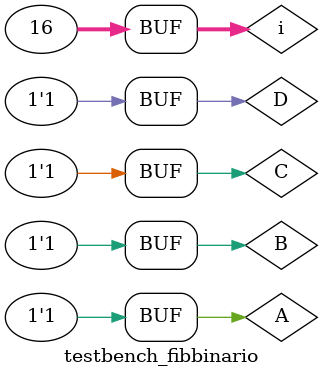
<source format=sv>
`timescale 1ns / 1ps


module testbench_fibbinario();

    logic A, B, C, D;
    logic F;
    integer i;
    
    fibbinario DUT(
        .A(A),
        .B(B),
        .C(C),
        .D(D),
        .F(F)
        );
        
    initial begin
        A = 1'b0;
        B = 1'b0;
        C = 1'b0;
        D = 1'b0;
        
        for (i = 0; i < 16; i = i+1) begin
            {A, B, C, D} = i;
            #2;
        end
    end

endmodule

</source>
